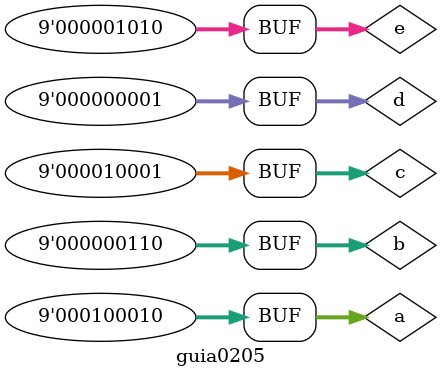
<source format=v>

module guia0201;

//--definir os dados de entrada
reg [4:0] a;
reg [4:0] b;
reg [5:0] c;
reg [3:0] d;
reg [4:0] e;

//--parte principal
initial begin
#1$display ("Nome: Felipe Barros\nMatricula: 376508");
#1$display ("Guia0201 - calcula e resultante com minimo quantidade de bits\n ");

//--definir dados
a= 3+14;
b= 3*8;
c= 33/5;
d= 25-11;
e= 2*8+7-1;

//--imprima e resultante
#1$monitor ("a= %5b \nb= %5b \nc= %6b \nd= %b \ne =%5b \n", a, b, c, d, e);

//--termina programa
end
endmodule

//--Guia0202

module guia0202;

//-- definir dados de entrada

reg [6:0] a;
reg [5:0] b;
reg [3:0] c;
reg [6:0] d;
reg [8:0] e;

//-- parte principal

initial begin

#20$display ("guia0202 - calcula e resultante apenas para binario/n");
a= 6'b100110 + 5'b11011;
b= 5'b11101 + 8'o25;
c= 10'o1234 / 10'h4C;
d= 9'h1BA - 10'b101110011;
e= 25 * 8'h8A;

//--calcula e imprima resultante
#20$monitor ("a= %7b \nb= %6b \nc= %4b \nd= %7b \ne =%9b \n", a, b, c, d, e);

//--termina programa
end
endmodule


module guia0203;

//--definir dados de entrada
reg[6:0]a;
reg[7:0]b;
reg[7:0]c;
reg[7:0]d;
reg[5:0]e;

//--parte principal
initial begin

//-- definir os dados e calcula complemento de 2
a= -7'b101010;
b= -8'o25;
c= -27;
d= -8'h2C;
e= -6'o26;
#60$display("guia0203 - resultante de complemento de dois\n");
#60$monitor ("a= %7b \nb= %6b \nc= %4b \nd= %7b \ne =%6b \n", a, b, c, d, e);



//--termina programa
end
endmodule


module guia0204;

//--definir dados de entrada
reg[7:0]a;
reg[6:0]b;
reg[5:0]c;
reg[4:0]d;
reg[7:0]e;

//--parte principal
initial begin

//-- definir os dados e calcula complemento de 2
a= -8'b101111;
b= -321;
c= -25;
d= -5'hD;
e= -8'o24;
#150$display("guia0204 - resultante de complemento de dois com bits de comprimento\n");
#150$monitor ("a= %7b \nb= %6b \nc= %4b \nd= %7b \ne =%6b \n", a, b, c, d, e);



//--termina programa
end
endmodule

module guia0205;

//--definir dados de entrada
reg[8:0]a;
reg[8:0]b;
reg[8:0]c;
reg[8:0]d;
reg[8:0]e;

//--parte principal
initial begin

//-- definir os dados e calcula complemento de 2
a= 8'b101011 - 8'b1001;
b= 8'b10011 - 8'o15;
c= 8'o35 - 8'hC;
d= 8'hBA - 8'b10111001;
e= 37- 8'h1B;
#350$display("guia0205 - resultante de calculo\n");
#350$monitor ("a= %8b \nb= %8b \nc= %8b \nd= %8b \ne =%8b \n", a, b, c, d, e);

//--termina programa
end
endmodule
</source>
